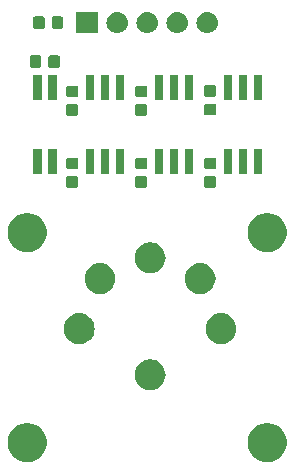
<source format=gts>
G04 #@! TF.GenerationSoftware,KiCad,Pcbnew,5.1.2-f72e74a~84~ubuntu16.04.1*
G04 #@! TF.CreationDate,2019-07-19T18:17:23+01:00*
G04 #@! TF.ProjectId,DigitalPot_OptoIsolator,44696769-7461-46c5-906f-745f4f70746f,rev?*
G04 #@! TF.SameCoordinates,Original*
G04 #@! TF.FileFunction,Soldermask,Top*
G04 #@! TF.FilePolarity,Negative*
%FSLAX46Y46*%
G04 Gerber Fmt 4.6, Leading zero omitted, Abs format (unit mm)*
G04 Created by KiCad (PCBNEW 5.1.2-f72e74a~84~ubuntu16.04.1) date 2019-07-19 18:17:23*
%MOMM*%
%LPD*%
G04 APERTURE LIST*
%ADD10C,0.100000*%
G04 APERTURE END LIST*
D10*
G36*
X112135256Y-54271298D02*
G01*
X112241579Y-54292447D01*
X112542042Y-54416903D01*
X112812451Y-54597585D01*
X113042415Y-54827549D01*
X113223097Y-55097958D01*
X113347553Y-55398421D01*
X113411000Y-55717391D01*
X113411000Y-56042609D01*
X113347553Y-56361579D01*
X113223097Y-56662042D01*
X113042415Y-56932451D01*
X112812451Y-57162415D01*
X112542042Y-57343097D01*
X112241579Y-57467553D01*
X112135256Y-57488702D01*
X111922611Y-57531000D01*
X111597389Y-57531000D01*
X111384744Y-57488702D01*
X111278421Y-57467553D01*
X110977958Y-57343097D01*
X110707549Y-57162415D01*
X110477585Y-56932451D01*
X110296903Y-56662042D01*
X110172447Y-56361579D01*
X110109000Y-56042609D01*
X110109000Y-55717391D01*
X110172447Y-55398421D01*
X110296903Y-55097958D01*
X110477585Y-54827549D01*
X110707549Y-54597585D01*
X110977958Y-54416903D01*
X111278421Y-54292447D01*
X111384744Y-54271298D01*
X111597389Y-54229000D01*
X111922611Y-54229000D01*
X112135256Y-54271298D01*
X112135256Y-54271298D01*
G37*
G36*
X91815256Y-54271298D02*
G01*
X91921579Y-54292447D01*
X92222042Y-54416903D01*
X92492451Y-54597585D01*
X92722415Y-54827549D01*
X92903097Y-55097958D01*
X93027553Y-55398421D01*
X93091000Y-55717391D01*
X93091000Y-56042609D01*
X93027553Y-56361579D01*
X92903097Y-56662042D01*
X92722415Y-56932451D01*
X92492451Y-57162415D01*
X92222042Y-57343097D01*
X91921579Y-57467553D01*
X91815256Y-57488702D01*
X91602611Y-57531000D01*
X91277389Y-57531000D01*
X91064744Y-57488702D01*
X90958421Y-57467553D01*
X90657958Y-57343097D01*
X90387549Y-57162415D01*
X90157585Y-56932451D01*
X89976903Y-56662042D01*
X89852447Y-56361579D01*
X89789000Y-56042609D01*
X89789000Y-55717391D01*
X89852447Y-55398421D01*
X89976903Y-55097958D01*
X90157585Y-54827549D01*
X90387549Y-54597585D01*
X90657958Y-54416903D01*
X90958421Y-54292447D01*
X91064744Y-54271298D01*
X91277389Y-54229000D01*
X91602611Y-54229000D01*
X91815256Y-54271298D01*
X91815256Y-54271298D01*
G37*
G36*
X102013473Y-48836413D02*
G01*
X102109040Y-48845825D01*
X102354280Y-48920218D01*
X102580294Y-49041025D01*
X102631899Y-49083376D01*
X102778397Y-49203603D01*
X102898624Y-49350101D01*
X102940975Y-49401706D01*
X103061782Y-49627720D01*
X103136175Y-49872960D01*
X103161294Y-50128000D01*
X103136175Y-50383040D01*
X103061782Y-50628280D01*
X102940975Y-50854294D01*
X102898624Y-50905899D01*
X102778397Y-51052397D01*
X102631899Y-51172624D01*
X102580294Y-51214975D01*
X102354280Y-51335782D01*
X102109040Y-51410175D01*
X102013473Y-51419587D01*
X101917906Y-51429000D01*
X101790094Y-51429000D01*
X101694527Y-51419587D01*
X101598960Y-51410175D01*
X101353720Y-51335782D01*
X101127706Y-51214975D01*
X101076101Y-51172624D01*
X100929603Y-51052397D01*
X100809376Y-50905899D01*
X100767025Y-50854294D01*
X100646218Y-50628280D01*
X100571825Y-50383040D01*
X100546706Y-50128000D01*
X100571825Y-49872960D01*
X100646218Y-49627720D01*
X100767025Y-49401706D01*
X100809376Y-49350101D01*
X100929603Y-49203603D01*
X101076101Y-49083376D01*
X101127706Y-49041025D01*
X101353720Y-48920218D01*
X101598960Y-48845825D01*
X101694528Y-48836412D01*
X101790094Y-48827000D01*
X101917906Y-48827000D01*
X102013473Y-48836413D01*
X102013473Y-48836413D01*
G37*
G36*
X108013473Y-44936413D02*
G01*
X108109040Y-44945825D01*
X108354280Y-45020218D01*
X108580294Y-45141025D01*
X108631899Y-45183376D01*
X108778397Y-45303603D01*
X108898624Y-45450101D01*
X108940975Y-45501706D01*
X109061782Y-45727720D01*
X109136175Y-45972960D01*
X109161294Y-46228000D01*
X109136175Y-46483040D01*
X109061782Y-46728280D01*
X108940975Y-46954294D01*
X108898624Y-47005899D01*
X108778397Y-47152397D01*
X108631899Y-47272624D01*
X108580294Y-47314975D01*
X108354280Y-47435782D01*
X108109040Y-47510175D01*
X108013472Y-47519588D01*
X107917906Y-47529000D01*
X107790094Y-47529000D01*
X107694528Y-47519588D01*
X107598960Y-47510175D01*
X107353720Y-47435782D01*
X107127706Y-47314975D01*
X107076101Y-47272624D01*
X106929603Y-47152397D01*
X106809376Y-47005899D01*
X106767025Y-46954294D01*
X106646218Y-46728280D01*
X106571825Y-46483040D01*
X106546706Y-46228000D01*
X106571825Y-45972960D01*
X106646218Y-45727720D01*
X106767025Y-45501706D01*
X106809376Y-45450101D01*
X106929603Y-45303603D01*
X107076101Y-45183376D01*
X107127706Y-45141025D01*
X107353720Y-45020218D01*
X107598960Y-44945825D01*
X107694527Y-44936413D01*
X107790094Y-44927000D01*
X107917906Y-44927000D01*
X108013473Y-44936413D01*
X108013473Y-44936413D01*
G37*
G36*
X96013473Y-44936413D02*
G01*
X96109040Y-44945825D01*
X96354280Y-45020218D01*
X96580294Y-45141025D01*
X96631899Y-45183376D01*
X96778397Y-45303603D01*
X96898624Y-45450101D01*
X96940975Y-45501706D01*
X97061782Y-45727720D01*
X97136175Y-45972960D01*
X97161294Y-46228000D01*
X97136175Y-46483040D01*
X97061782Y-46728280D01*
X96940975Y-46954294D01*
X96898624Y-47005899D01*
X96778397Y-47152397D01*
X96631899Y-47272624D01*
X96580294Y-47314975D01*
X96354280Y-47435782D01*
X96109040Y-47510175D01*
X96013472Y-47519588D01*
X95917906Y-47529000D01*
X95790094Y-47529000D01*
X95694528Y-47519588D01*
X95598960Y-47510175D01*
X95353720Y-47435782D01*
X95127706Y-47314975D01*
X95076101Y-47272624D01*
X94929603Y-47152397D01*
X94809376Y-47005899D01*
X94767025Y-46954294D01*
X94646218Y-46728280D01*
X94571825Y-46483040D01*
X94546706Y-46228000D01*
X94571825Y-45972960D01*
X94646218Y-45727720D01*
X94767025Y-45501706D01*
X94809376Y-45450101D01*
X94929603Y-45303603D01*
X95076101Y-45183376D01*
X95127706Y-45141025D01*
X95353720Y-45020218D01*
X95598960Y-44945825D01*
X95694527Y-44936413D01*
X95790094Y-44927000D01*
X95917906Y-44927000D01*
X96013473Y-44936413D01*
X96013473Y-44936413D01*
G37*
G36*
X106256113Y-40693773D02*
G01*
X106351680Y-40703185D01*
X106596920Y-40777578D01*
X106822934Y-40898385D01*
X106874539Y-40940736D01*
X107021037Y-41060963D01*
X107096073Y-41152396D01*
X107183615Y-41259066D01*
X107304422Y-41485080D01*
X107378815Y-41730320D01*
X107403934Y-41985360D01*
X107378815Y-42240400D01*
X107304422Y-42485640D01*
X107183615Y-42711654D01*
X107141264Y-42763259D01*
X107021037Y-42909757D01*
X106874539Y-43029984D01*
X106822934Y-43072335D01*
X106596920Y-43193142D01*
X106351680Y-43267535D01*
X106256112Y-43276948D01*
X106160546Y-43286360D01*
X106032734Y-43286360D01*
X105937168Y-43276948D01*
X105841600Y-43267535D01*
X105596360Y-43193142D01*
X105370346Y-43072335D01*
X105318741Y-43029984D01*
X105172243Y-42909757D01*
X105052016Y-42763259D01*
X105009665Y-42711654D01*
X104888858Y-42485640D01*
X104814465Y-42240400D01*
X104789346Y-41985360D01*
X104814465Y-41730320D01*
X104888858Y-41485080D01*
X105009665Y-41259066D01*
X105097207Y-41152396D01*
X105172243Y-41060963D01*
X105318741Y-40940736D01*
X105370346Y-40898385D01*
X105596360Y-40777578D01*
X105841600Y-40703185D01*
X105937167Y-40693773D01*
X106032734Y-40684360D01*
X106160546Y-40684360D01*
X106256113Y-40693773D01*
X106256113Y-40693773D01*
G37*
G36*
X97770833Y-40693773D02*
G01*
X97866400Y-40703185D01*
X98111640Y-40777578D01*
X98337654Y-40898385D01*
X98389259Y-40940736D01*
X98535757Y-41060963D01*
X98610793Y-41152396D01*
X98698335Y-41259066D01*
X98819142Y-41485080D01*
X98893535Y-41730320D01*
X98918654Y-41985360D01*
X98893535Y-42240400D01*
X98819142Y-42485640D01*
X98698335Y-42711654D01*
X98655984Y-42763259D01*
X98535757Y-42909757D01*
X98389259Y-43029984D01*
X98337654Y-43072335D01*
X98111640Y-43193142D01*
X97866400Y-43267535D01*
X97770832Y-43276948D01*
X97675266Y-43286360D01*
X97547454Y-43286360D01*
X97451888Y-43276948D01*
X97356320Y-43267535D01*
X97111080Y-43193142D01*
X96885066Y-43072335D01*
X96833461Y-43029984D01*
X96686963Y-42909757D01*
X96566736Y-42763259D01*
X96524385Y-42711654D01*
X96403578Y-42485640D01*
X96329185Y-42240400D01*
X96304066Y-41985360D01*
X96329185Y-41730320D01*
X96403578Y-41485080D01*
X96524385Y-41259066D01*
X96611927Y-41152396D01*
X96686963Y-41060963D01*
X96833461Y-40940736D01*
X96885066Y-40898385D01*
X97111080Y-40777578D01*
X97356320Y-40703185D01*
X97451887Y-40693773D01*
X97547454Y-40684360D01*
X97675266Y-40684360D01*
X97770833Y-40693773D01*
X97770833Y-40693773D01*
G37*
G36*
X102013473Y-38936413D02*
G01*
X102109040Y-38945825D01*
X102354280Y-39020218D01*
X102580294Y-39141025D01*
X102631899Y-39183376D01*
X102778397Y-39303603D01*
X102898624Y-39450101D01*
X102940975Y-39501706D01*
X103061782Y-39727720D01*
X103136175Y-39972960D01*
X103161294Y-40228000D01*
X103136175Y-40483040D01*
X103061782Y-40728280D01*
X102940975Y-40954294D01*
X102898624Y-41005899D01*
X102778397Y-41152397D01*
X102648419Y-41259066D01*
X102580294Y-41314975D01*
X102354280Y-41435782D01*
X102109040Y-41510175D01*
X102013472Y-41519588D01*
X101917906Y-41529000D01*
X101790094Y-41529000D01*
X101694528Y-41519588D01*
X101598960Y-41510175D01*
X101353720Y-41435782D01*
X101127706Y-41314975D01*
X101059581Y-41259066D01*
X100929603Y-41152397D01*
X100809376Y-41005899D01*
X100767025Y-40954294D01*
X100646218Y-40728280D01*
X100571825Y-40483040D01*
X100546706Y-40228000D01*
X100571825Y-39972960D01*
X100646218Y-39727720D01*
X100767025Y-39501706D01*
X100809376Y-39450101D01*
X100929603Y-39303603D01*
X101076101Y-39183376D01*
X101127706Y-39141025D01*
X101353720Y-39020218D01*
X101598960Y-38945825D01*
X101694527Y-38936413D01*
X101790094Y-38927000D01*
X101917906Y-38927000D01*
X102013473Y-38936413D01*
X102013473Y-38936413D01*
G37*
G36*
X91815256Y-36491298D02*
G01*
X91921579Y-36512447D01*
X92222042Y-36636903D01*
X92492451Y-36817585D01*
X92722415Y-37047549D01*
X92903097Y-37317958D01*
X93027553Y-37618421D01*
X93091000Y-37937391D01*
X93091000Y-38262609D01*
X93027553Y-38581579D01*
X92903097Y-38882042D01*
X92722415Y-39152451D01*
X92492451Y-39382415D01*
X92222042Y-39563097D01*
X91921579Y-39687553D01*
X91815256Y-39708702D01*
X91602611Y-39751000D01*
X91277389Y-39751000D01*
X91064744Y-39708702D01*
X90958421Y-39687553D01*
X90657958Y-39563097D01*
X90387549Y-39382415D01*
X90157585Y-39152451D01*
X89976903Y-38882042D01*
X89852447Y-38581579D01*
X89789000Y-38262609D01*
X89789000Y-37937391D01*
X89852447Y-37618421D01*
X89976903Y-37317958D01*
X90157585Y-37047549D01*
X90387549Y-36817585D01*
X90657958Y-36636903D01*
X90958421Y-36512447D01*
X91064744Y-36491298D01*
X91277389Y-36449000D01*
X91602611Y-36449000D01*
X91815256Y-36491298D01*
X91815256Y-36491298D01*
G37*
G36*
X112135256Y-36491298D02*
G01*
X112241579Y-36512447D01*
X112542042Y-36636903D01*
X112812451Y-36817585D01*
X113042415Y-37047549D01*
X113223097Y-37317958D01*
X113347553Y-37618421D01*
X113411000Y-37937391D01*
X113411000Y-38262609D01*
X113347553Y-38581579D01*
X113223097Y-38882042D01*
X113042415Y-39152451D01*
X112812451Y-39382415D01*
X112542042Y-39563097D01*
X112241579Y-39687553D01*
X112135256Y-39708702D01*
X111922611Y-39751000D01*
X111597389Y-39751000D01*
X111384744Y-39708702D01*
X111278421Y-39687553D01*
X110977958Y-39563097D01*
X110707549Y-39382415D01*
X110477585Y-39152451D01*
X110296903Y-38882042D01*
X110172447Y-38581579D01*
X110109000Y-38262609D01*
X110109000Y-37937391D01*
X110172447Y-37618421D01*
X110296903Y-37317958D01*
X110477585Y-37047549D01*
X110707549Y-36817585D01*
X110977958Y-36636903D01*
X111278421Y-36512447D01*
X111384744Y-36491298D01*
X111597389Y-36449000D01*
X111922611Y-36449000D01*
X112135256Y-36491298D01*
X112135256Y-36491298D01*
G37*
G36*
X95629591Y-33323085D02*
G01*
X95663569Y-33333393D01*
X95694890Y-33350134D01*
X95722339Y-33372661D01*
X95744866Y-33400110D01*
X95761607Y-33431431D01*
X95771915Y-33465409D01*
X95776000Y-33506890D01*
X95776000Y-34108110D01*
X95771915Y-34149591D01*
X95761607Y-34183569D01*
X95744866Y-34214890D01*
X95722339Y-34242339D01*
X95694890Y-34264866D01*
X95663569Y-34281607D01*
X95629591Y-34291915D01*
X95588110Y-34296000D01*
X94911890Y-34296000D01*
X94870409Y-34291915D01*
X94836431Y-34281607D01*
X94805110Y-34264866D01*
X94777661Y-34242339D01*
X94755134Y-34214890D01*
X94738393Y-34183569D01*
X94728085Y-34149591D01*
X94724000Y-34108110D01*
X94724000Y-33506890D01*
X94728085Y-33465409D01*
X94738393Y-33431431D01*
X94755134Y-33400110D01*
X94777661Y-33372661D01*
X94805110Y-33350134D01*
X94836431Y-33333393D01*
X94870409Y-33323085D01*
X94911890Y-33319000D01*
X95588110Y-33319000D01*
X95629591Y-33323085D01*
X95629591Y-33323085D01*
G37*
G36*
X107313591Y-33323085D02*
G01*
X107347569Y-33333393D01*
X107378890Y-33350134D01*
X107406339Y-33372661D01*
X107428866Y-33400110D01*
X107445607Y-33431431D01*
X107455915Y-33465409D01*
X107460000Y-33506890D01*
X107460000Y-34108110D01*
X107455915Y-34149591D01*
X107445607Y-34183569D01*
X107428866Y-34214890D01*
X107406339Y-34242339D01*
X107378890Y-34264866D01*
X107347569Y-34281607D01*
X107313591Y-34291915D01*
X107272110Y-34296000D01*
X106595890Y-34296000D01*
X106554409Y-34291915D01*
X106520431Y-34281607D01*
X106489110Y-34264866D01*
X106461661Y-34242339D01*
X106439134Y-34214890D01*
X106422393Y-34183569D01*
X106412085Y-34149591D01*
X106408000Y-34108110D01*
X106408000Y-33506890D01*
X106412085Y-33465409D01*
X106422393Y-33431431D01*
X106439134Y-33400110D01*
X106461661Y-33372661D01*
X106489110Y-33350134D01*
X106520431Y-33333393D01*
X106554409Y-33323085D01*
X106595890Y-33319000D01*
X107272110Y-33319000D01*
X107313591Y-33323085D01*
X107313591Y-33323085D01*
G37*
G36*
X101471591Y-33323085D02*
G01*
X101505569Y-33333393D01*
X101536890Y-33350134D01*
X101564339Y-33372661D01*
X101586866Y-33400110D01*
X101603607Y-33431431D01*
X101613915Y-33465409D01*
X101618000Y-33506890D01*
X101618000Y-34108110D01*
X101613915Y-34149591D01*
X101603607Y-34183569D01*
X101586866Y-34214890D01*
X101564339Y-34242339D01*
X101536890Y-34264866D01*
X101505569Y-34281607D01*
X101471591Y-34291915D01*
X101430110Y-34296000D01*
X100753890Y-34296000D01*
X100712409Y-34291915D01*
X100678431Y-34281607D01*
X100647110Y-34264866D01*
X100619661Y-34242339D01*
X100597134Y-34214890D01*
X100580393Y-34183569D01*
X100570085Y-34149591D01*
X100566000Y-34108110D01*
X100566000Y-33506890D01*
X100570085Y-33465409D01*
X100580393Y-33431431D01*
X100597134Y-33400110D01*
X100619661Y-33372661D01*
X100647110Y-33350134D01*
X100678431Y-33333393D01*
X100712409Y-33323085D01*
X100753890Y-33319000D01*
X101430110Y-33319000D01*
X101471591Y-33323085D01*
X101471591Y-33323085D01*
G37*
G36*
X110099000Y-33157000D02*
G01*
X109357000Y-33157000D01*
X109357000Y-31055000D01*
X110099000Y-31055000D01*
X110099000Y-33157000D01*
X110099000Y-33157000D01*
G37*
G36*
X92700000Y-33157000D02*
G01*
X91958000Y-33157000D01*
X91958000Y-31055000D01*
X92700000Y-31055000D01*
X92700000Y-33157000D01*
X92700000Y-33157000D01*
G37*
G36*
X93970000Y-33157000D02*
G01*
X93228000Y-33157000D01*
X93228000Y-31055000D01*
X93970000Y-31055000D01*
X93970000Y-33157000D01*
X93970000Y-33157000D01*
G37*
G36*
X108829000Y-33157000D02*
G01*
X108087000Y-33157000D01*
X108087000Y-31055000D01*
X108829000Y-31055000D01*
X108829000Y-33157000D01*
X108829000Y-33157000D01*
G37*
G36*
X102987000Y-33157000D02*
G01*
X102245000Y-33157000D01*
X102245000Y-31055000D01*
X102987000Y-31055000D01*
X102987000Y-33157000D01*
X102987000Y-33157000D01*
G37*
G36*
X104257000Y-33157000D02*
G01*
X103515000Y-33157000D01*
X103515000Y-31055000D01*
X104257000Y-31055000D01*
X104257000Y-33157000D01*
X104257000Y-33157000D01*
G37*
G36*
X99685000Y-33157000D02*
G01*
X98943000Y-33157000D01*
X98943000Y-31055000D01*
X99685000Y-31055000D01*
X99685000Y-33157000D01*
X99685000Y-33157000D01*
G37*
G36*
X98415000Y-33157000D02*
G01*
X97673000Y-33157000D01*
X97673000Y-31055000D01*
X98415000Y-31055000D01*
X98415000Y-33157000D01*
X98415000Y-33157000D01*
G37*
G36*
X97145000Y-33157000D02*
G01*
X96403000Y-33157000D01*
X96403000Y-31055000D01*
X97145000Y-31055000D01*
X97145000Y-33157000D01*
X97145000Y-33157000D01*
G37*
G36*
X111369000Y-33157000D02*
G01*
X110627000Y-33157000D01*
X110627000Y-31055000D01*
X111369000Y-31055000D01*
X111369000Y-33157000D01*
X111369000Y-33157000D01*
G37*
G36*
X105527000Y-33157000D02*
G01*
X104785000Y-33157000D01*
X104785000Y-31055000D01*
X105527000Y-31055000D01*
X105527000Y-33157000D01*
X105527000Y-33157000D01*
G37*
G36*
X107313591Y-31748085D02*
G01*
X107347569Y-31758393D01*
X107378890Y-31775134D01*
X107406339Y-31797661D01*
X107428866Y-31825110D01*
X107445607Y-31856431D01*
X107455915Y-31890409D01*
X107460000Y-31931890D01*
X107460000Y-32533110D01*
X107455915Y-32574591D01*
X107445607Y-32608569D01*
X107428866Y-32639890D01*
X107406339Y-32667339D01*
X107378890Y-32689866D01*
X107347569Y-32706607D01*
X107313591Y-32716915D01*
X107272110Y-32721000D01*
X106595890Y-32721000D01*
X106554409Y-32716915D01*
X106520431Y-32706607D01*
X106489110Y-32689866D01*
X106461661Y-32667339D01*
X106439134Y-32639890D01*
X106422393Y-32608569D01*
X106412085Y-32574591D01*
X106408000Y-32533110D01*
X106408000Y-31931890D01*
X106412085Y-31890409D01*
X106422393Y-31856431D01*
X106439134Y-31825110D01*
X106461661Y-31797661D01*
X106489110Y-31775134D01*
X106520431Y-31758393D01*
X106554409Y-31748085D01*
X106595890Y-31744000D01*
X107272110Y-31744000D01*
X107313591Y-31748085D01*
X107313591Y-31748085D01*
G37*
G36*
X95629591Y-31748085D02*
G01*
X95663569Y-31758393D01*
X95694890Y-31775134D01*
X95722339Y-31797661D01*
X95744866Y-31825110D01*
X95761607Y-31856431D01*
X95771915Y-31890409D01*
X95776000Y-31931890D01*
X95776000Y-32533110D01*
X95771915Y-32574591D01*
X95761607Y-32608569D01*
X95744866Y-32639890D01*
X95722339Y-32667339D01*
X95694890Y-32689866D01*
X95663569Y-32706607D01*
X95629591Y-32716915D01*
X95588110Y-32721000D01*
X94911890Y-32721000D01*
X94870409Y-32716915D01*
X94836431Y-32706607D01*
X94805110Y-32689866D01*
X94777661Y-32667339D01*
X94755134Y-32639890D01*
X94738393Y-32608569D01*
X94728085Y-32574591D01*
X94724000Y-32533110D01*
X94724000Y-31931890D01*
X94728085Y-31890409D01*
X94738393Y-31856431D01*
X94755134Y-31825110D01*
X94777661Y-31797661D01*
X94805110Y-31775134D01*
X94836431Y-31758393D01*
X94870409Y-31748085D01*
X94911890Y-31744000D01*
X95588110Y-31744000D01*
X95629591Y-31748085D01*
X95629591Y-31748085D01*
G37*
G36*
X101471591Y-31748085D02*
G01*
X101505569Y-31758393D01*
X101536890Y-31775134D01*
X101564339Y-31797661D01*
X101586866Y-31825110D01*
X101603607Y-31856431D01*
X101613915Y-31890409D01*
X101618000Y-31931890D01*
X101618000Y-32533110D01*
X101613915Y-32574591D01*
X101603607Y-32608569D01*
X101586866Y-32639890D01*
X101564339Y-32667339D01*
X101536890Y-32689866D01*
X101505569Y-32706607D01*
X101471591Y-32716915D01*
X101430110Y-32721000D01*
X100753890Y-32721000D01*
X100712409Y-32716915D01*
X100678431Y-32706607D01*
X100647110Y-32689866D01*
X100619661Y-32667339D01*
X100597134Y-32639890D01*
X100580393Y-32608569D01*
X100570085Y-32574591D01*
X100566000Y-32533110D01*
X100566000Y-31931890D01*
X100570085Y-31890409D01*
X100580393Y-31856431D01*
X100597134Y-31825110D01*
X100619661Y-31797661D01*
X100647110Y-31775134D01*
X100678431Y-31758393D01*
X100712409Y-31748085D01*
X100753890Y-31744000D01*
X101430110Y-31744000D01*
X101471591Y-31748085D01*
X101471591Y-31748085D01*
G37*
G36*
X95629591Y-27227085D02*
G01*
X95663569Y-27237393D01*
X95694890Y-27254134D01*
X95722339Y-27276661D01*
X95744866Y-27304110D01*
X95761607Y-27335431D01*
X95771915Y-27369409D01*
X95776000Y-27410890D01*
X95776000Y-28012110D01*
X95771915Y-28053591D01*
X95761607Y-28087569D01*
X95744866Y-28118890D01*
X95722339Y-28146339D01*
X95694890Y-28168866D01*
X95663569Y-28185607D01*
X95629591Y-28195915D01*
X95588110Y-28200000D01*
X94911890Y-28200000D01*
X94870409Y-28195915D01*
X94836431Y-28185607D01*
X94805110Y-28168866D01*
X94777661Y-28146339D01*
X94755134Y-28118890D01*
X94738393Y-28087569D01*
X94728085Y-28053591D01*
X94724000Y-28012110D01*
X94724000Y-27410890D01*
X94728085Y-27369409D01*
X94738393Y-27335431D01*
X94755134Y-27304110D01*
X94777661Y-27276661D01*
X94805110Y-27254134D01*
X94836431Y-27237393D01*
X94870409Y-27227085D01*
X94911890Y-27223000D01*
X95588110Y-27223000D01*
X95629591Y-27227085D01*
X95629591Y-27227085D01*
G37*
G36*
X101471591Y-27227085D02*
G01*
X101505569Y-27237393D01*
X101536890Y-27254134D01*
X101564339Y-27276661D01*
X101586866Y-27304110D01*
X101603607Y-27335431D01*
X101613915Y-27369409D01*
X101618000Y-27410890D01*
X101618000Y-28012110D01*
X101613915Y-28053591D01*
X101603607Y-28087569D01*
X101586866Y-28118890D01*
X101564339Y-28146339D01*
X101536890Y-28168866D01*
X101505569Y-28185607D01*
X101471591Y-28195915D01*
X101430110Y-28200000D01*
X100753890Y-28200000D01*
X100712409Y-28195915D01*
X100678431Y-28185607D01*
X100647110Y-28168866D01*
X100619661Y-28146339D01*
X100597134Y-28118890D01*
X100580393Y-28087569D01*
X100570085Y-28053591D01*
X100566000Y-28012110D01*
X100566000Y-27410890D01*
X100570085Y-27369409D01*
X100580393Y-27335431D01*
X100597134Y-27304110D01*
X100619661Y-27276661D01*
X100647110Y-27254134D01*
X100678431Y-27237393D01*
X100712409Y-27227085D01*
X100753890Y-27223000D01*
X101430110Y-27223000D01*
X101471591Y-27227085D01*
X101471591Y-27227085D01*
G37*
G36*
X107313591Y-27201585D02*
G01*
X107347569Y-27211893D01*
X107378890Y-27228634D01*
X107406339Y-27251161D01*
X107428866Y-27278610D01*
X107445607Y-27309931D01*
X107455915Y-27343909D01*
X107460000Y-27385390D01*
X107460000Y-27986610D01*
X107455915Y-28028091D01*
X107445607Y-28062069D01*
X107428866Y-28093390D01*
X107406339Y-28120839D01*
X107378890Y-28143366D01*
X107347569Y-28160107D01*
X107313591Y-28170415D01*
X107272110Y-28174500D01*
X106595890Y-28174500D01*
X106554409Y-28170415D01*
X106520431Y-28160107D01*
X106489110Y-28143366D01*
X106461661Y-28120839D01*
X106439134Y-28093390D01*
X106422393Y-28062069D01*
X106412085Y-28028091D01*
X106408000Y-27986610D01*
X106408000Y-27385390D01*
X106412085Y-27343909D01*
X106422393Y-27309931D01*
X106439134Y-27278610D01*
X106461661Y-27251161D01*
X106489110Y-27228634D01*
X106520431Y-27211893D01*
X106554409Y-27201585D01*
X106595890Y-27197500D01*
X107272110Y-27197500D01*
X107313591Y-27201585D01*
X107313591Y-27201585D01*
G37*
G36*
X108829000Y-26857000D02*
G01*
X108087000Y-26857000D01*
X108087000Y-24755000D01*
X108829000Y-24755000D01*
X108829000Y-26857000D01*
X108829000Y-26857000D01*
G37*
G36*
X93970000Y-26857000D02*
G01*
X93228000Y-26857000D01*
X93228000Y-24755000D01*
X93970000Y-24755000D01*
X93970000Y-26857000D01*
X93970000Y-26857000D01*
G37*
G36*
X111369000Y-26857000D02*
G01*
X110627000Y-26857000D01*
X110627000Y-24755000D01*
X111369000Y-24755000D01*
X111369000Y-26857000D01*
X111369000Y-26857000D01*
G37*
G36*
X105527000Y-26857000D02*
G01*
X104785000Y-26857000D01*
X104785000Y-24755000D01*
X105527000Y-24755000D01*
X105527000Y-26857000D01*
X105527000Y-26857000D01*
G37*
G36*
X110099000Y-26857000D02*
G01*
X109357000Y-26857000D01*
X109357000Y-24755000D01*
X110099000Y-24755000D01*
X110099000Y-26857000D01*
X110099000Y-26857000D01*
G37*
G36*
X98415000Y-26857000D02*
G01*
X97673000Y-26857000D01*
X97673000Y-24755000D01*
X98415000Y-24755000D01*
X98415000Y-26857000D01*
X98415000Y-26857000D01*
G37*
G36*
X97145000Y-26857000D02*
G01*
X96403000Y-26857000D01*
X96403000Y-24755000D01*
X97145000Y-24755000D01*
X97145000Y-26857000D01*
X97145000Y-26857000D01*
G37*
G36*
X102987000Y-26857000D02*
G01*
X102245000Y-26857000D01*
X102245000Y-24755000D01*
X102987000Y-24755000D01*
X102987000Y-26857000D01*
X102987000Y-26857000D01*
G37*
G36*
X92700000Y-26857000D02*
G01*
X91958000Y-26857000D01*
X91958000Y-24755000D01*
X92700000Y-24755000D01*
X92700000Y-26857000D01*
X92700000Y-26857000D01*
G37*
G36*
X104257000Y-26857000D02*
G01*
X103515000Y-26857000D01*
X103515000Y-24755000D01*
X104257000Y-24755000D01*
X104257000Y-26857000D01*
X104257000Y-26857000D01*
G37*
G36*
X99685000Y-26857000D02*
G01*
X98943000Y-26857000D01*
X98943000Y-24755000D01*
X99685000Y-24755000D01*
X99685000Y-26857000D01*
X99685000Y-26857000D01*
G37*
G36*
X101471591Y-25652085D02*
G01*
X101505569Y-25662393D01*
X101536890Y-25679134D01*
X101564339Y-25701661D01*
X101586866Y-25729110D01*
X101603607Y-25760431D01*
X101613915Y-25794409D01*
X101618000Y-25835890D01*
X101618000Y-26437110D01*
X101613915Y-26478591D01*
X101603607Y-26512569D01*
X101586866Y-26543890D01*
X101564339Y-26571339D01*
X101536890Y-26593866D01*
X101505569Y-26610607D01*
X101471591Y-26620915D01*
X101430110Y-26625000D01*
X100753890Y-26625000D01*
X100712409Y-26620915D01*
X100678431Y-26610607D01*
X100647110Y-26593866D01*
X100619661Y-26571339D01*
X100597134Y-26543890D01*
X100580393Y-26512569D01*
X100570085Y-26478591D01*
X100566000Y-26437110D01*
X100566000Y-25835890D01*
X100570085Y-25794409D01*
X100580393Y-25760431D01*
X100597134Y-25729110D01*
X100619661Y-25701661D01*
X100647110Y-25679134D01*
X100678431Y-25662393D01*
X100712409Y-25652085D01*
X100753890Y-25648000D01*
X101430110Y-25648000D01*
X101471591Y-25652085D01*
X101471591Y-25652085D01*
G37*
G36*
X95629591Y-25652085D02*
G01*
X95663569Y-25662393D01*
X95694890Y-25679134D01*
X95722339Y-25701661D01*
X95744866Y-25729110D01*
X95761607Y-25760431D01*
X95771915Y-25794409D01*
X95776000Y-25835890D01*
X95776000Y-26437110D01*
X95771915Y-26478591D01*
X95761607Y-26512569D01*
X95744866Y-26543890D01*
X95722339Y-26571339D01*
X95694890Y-26593866D01*
X95663569Y-26610607D01*
X95629591Y-26620915D01*
X95588110Y-26625000D01*
X94911890Y-26625000D01*
X94870409Y-26620915D01*
X94836431Y-26610607D01*
X94805110Y-26593866D01*
X94777661Y-26571339D01*
X94755134Y-26543890D01*
X94738393Y-26512569D01*
X94728085Y-26478591D01*
X94724000Y-26437110D01*
X94724000Y-25835890D01*
X94728085Y-25794409D01*
X94738393Y-25760431D01*
X94755134Y-25729110D01*
X94777661Y-25701661D01*
X94805110Y-25679134D01*
X94836431Y-25662393D01*
X94870409Y-25652085D01*
X94911890Y-25648000D01*
X95588110Y-25648000D01*
X95629591Y-25652085D01*
X95629591Y-25652085D01*
G37*
G36*
X107313591Y-25626585D02*
G01*
X107347569Y-25636893D01*
X107378890Y-25653634D01*
X107406339Y-25676161D01*
X107428866Y-25703610D01*
X107445607Y-25734931D01*
X107455915Y-25768909D01*
X107460000Y-25810390D01*
X107460000Y-26411610D01*
X107455915Y-26453091D01*
X107445607Y-26487069D01*
X107428866Y-26518390D01*
X107406339Y-26545839D01*
X107378890Y-26568366D01*
X107347569Y-26585107D01*
X107313591Y-26595415D01*
X107272110Y-26599500D01*
X106595890Y-26599500D01*
X106554409Y-26595415D01*
X106520431Y-26585107D01*
X106489110Y-26568366D01*
X106461661Y-26545839D01*
X106439134Y-26518390D01*
X106422393Y-26487069D01*
X106412085Y-26453091D01*
X106408000Y-26411610D01*
X106408000Y-25810390D01*
X106412085Y-25768909D01*
X106422393Y-25734931D01*
X106439134Y-25703610D01*
X106461661Y-25676161D01*
X106489110Y-25653634D01*
X106520431Y-25636893D01*
X106554409Y-25626585D01*
X106595890Y-25622500D01*
X107272110Y-25622500D01*
X107313591Y-25626585D01*
X107313591Y-25626585D01*
G37*
G36*
X94068091Y-23100085D02*
G01*
X94102069Y-23110393D01*
X94133390Y-23127134D01*
X94160839Y-23149661D01*
X94183366Y-23177110D01*
X94200107Y-23208431D01*
X94210415Y-23242409D01*
X94214500Y-23283890D01*
X94214500Y-23960110D01*
X94210415Y-24001591D01*
X94200107Y-24035569D01*
X94183366Y-24066890D01*
X94160839Y-24094339D01*
X94133390Y-24116866D01*
X94102069Y-24133607D01*
X94068091Y-24143915D01*
X94026610Y-24148000D01*
X93425390Y-24148000D01*
X93383909Y-24143915D01*
X93349931Y-24133607D01*
X93318610Y-24116866D01*
X93291161Y-24094339D01*
X93268634Y-24066890D01*
X93251893Y-24035569D01*
X93241585Y-24001591D01*
X93237500Y-23960110D01*
X93237500Y-23283890D01*
X93241585Y-23242409D01*
X93251893Y-23208431D01*
X93268634Y-23177110D01*
X93291161Y-23149661D01*
X93318610Y-23127134D01*
X93349931Y-23110393D01*
X93383909Y-23100085D01*
X93425390Y-23096000D01*
X94026610Y-23096000D01*
X94068091Y-23100085D01*
X94068091Y-23100085D01*
G37*
G36*
X92493091Y-23100085D02*
G01*
X92527069Y-23110393D01*
X92558390Y-23127134D01*
X92585839Y-23149661D01*
X92608366Y-23177110D01*
X92625107Y-23208431D01*
X92635415Y-23242409D01*
X92639500Y-23283890D01*
X92639500Y-23960110D01*
X92635415Y-24001591D01*
X92625107Y-24035569D01*
X92608366Y-24066890D01*
X92585839Y-24094339D01*
X92558390Y-24116866D01*
X92527069Y-24133607D01*
X92493091Y-24143915D01*
X92451610Y-24148000D01*
X91850390Y-24148000D01*
X91808909Y-24143915D01*
X91774931Y-24133607D01*
X91743610Y-24116866D01*
X91716161Y-24094339D01*
X91693634Y-24066890D01*
X91676893Y-24035569D01*
X91666585Y-24001591D01*
X91662500Y-23960110D01*
X91662500Y-23283890D01*
X91666585Y-23242409D01*
X91676893Y-23208431D01*
X91693634Y-23177110D01*
X91716161Y-23149661D01*
X91743610Y-23127134D01*
X91774931Y-23110393D01*
X91808909Y-23100085D01*
X91850390Y-23096000D01*
X92451610Y-23096000D01*
X92493091Y-23100085D01*
X92493091Y-23100085D01*
G37*
G36*
X104250443Y-19425519D02*
G01*
X104316627Y-19432037D01*
X104486466Y-19483557D01*
X104642991Y-19567222D01*
X104678729Y-19596552D01*
X104780186Y-19679814D01*
X104863448Y-19781271D01*
X104892778Y-19817009D01*
X104976443Y-19973534D01*
X105027963Y-20143373D01*
X105045359Y-20320000D01*
X105027963Y-20496627D01*
X104976443Y-20666466D01*
X104892778Y-20822991D01*
X104877746Y-20841307D01*
X104780186Y-20960186D01*
X104678729Y-21043448D01*
X104642991Y-21072778D01*
X104486466Y-21156443D01*
X104316627Y-21207963D01*
X104250442Y-21214482D01*
X104184260Y-21221000D01*
X104095740Y-21221000D01*
X104029558Y-21214482D01*
X103963373Y-21207963D01*
X103793534Y-21156443D01*
X103637009Y-21072778D01*
X103601271Y-21043448D01*
X103499814Y-20960186D01*
X103402254Y-20841307D01*
X103387222Y-20822991D01*
X103303557Y-20666466D01*
X103252037Y-20496627D01*
X103234641Y-20320000D01*
X103252037Y-20143373D01*
X103303557Y-19973534D01*
X103387222Y-19817009D01*
X103416552Y-19781271D01*
X103499814Y-19679814D01*
X103601271Y-19596552D01*
X103637009Y-19567222D01*
X103793534Y-19483557D01*
X103963373Y-19432037D01*
X104029558Y-19425518D01*
X104095740Y-19419000D01*
X104184260Y-19419000D01*
X104250443Y-19425519D01*
X104250443Y-19425519D01*
G37*
G36*
X106790443Y-19425519D02*
G01*
X106856627Y-19432037D01*
X107026466Y-19483557D01*
X107182991Y-19567222D01*
X107218729Y-19596552D01*
X107320186Y-19679814D01*
X107403448Y-19781271D01*
X107432778Y-19817009D01*
X107516443Y-19973534D01*
X107567963Y-20143373D01*
X107585359Y-20320000D01*
X107567963Y-20496627D01*
X107516443Y-20666466D01*
X107432778Y-20822991D01*
X107417746Y-20841307D01*
X107320186Y-20960186D01*
X107218729Y-21043448D01*
X107182991Y-21072778D01*
X107026466Y-21156443D01*
X106856627Y-21207963D01*
X106790442Y-21214482D01*
X106724260Y-21221000D01*
X106635740Y-21221000D01*
X106569558Y-21214482D01*
X106503373Y-21207963D01*
X106333534Y-21156443D01*
X106177009Y-21072778D01*
X106141271Y-21043448D01*
X106039814Y-20960186D01*
X105942254Y-20841307D01*
X105927222Y-20822991D01*
X105843557Y-20666466D01*
X105792037Y-20496627D01*
X105774641Y-20320000D01*
X105792037Y-20143373D01*
X105843557Y-19973534D01*
X105927222Y-19817009D01*
X105956552Y-19781271D01*
X106039814Y-19679814D01*
X106141271Y-19596552D01*
X106177009Y-19567222D01*
X106333534Y-19483557D01*
X106503373Y-19432037D01*
X106569558Y-19425518D01*
X106635740Y-19419000D01*
X106724260Y-19419000D01*
X106790443Y-19425519D01*
X106790443Y-19425519D01*
G37*
G36*
X101710443Y-19425519D02*
G01*
X101776627Y-19432037D01*
X101946466Y-19483557D01*
X102102991Y-19567222D01*
X102138729Y-19596552D01*
X102240186Y-19679814D01*
X102323448Y-19781271D01*
X102352778Y-19817009D01*
X102436443Y-19973534D01*
X102487963Y-20143373D01*
X102505359Y-20320000D01*
X102487963Y-20496627D01*
X102436443Y-20666466D01*
X102352778Y-20822991D01*
X102337746Y-20841307D01*
X102240186Y-20960186D01*
X102138729Y-21043448D01*
X102102991Y-21072778D01*
X101946466Y-21156443D01*
X101776627Y-21207963D01*
X101710442Y-21214482D01*
X101644260Y-21221000D01*
X101555740Y-21221000D01*
X101489558Y-21214482D01*
X101423373Y-21207963D01*
X101253534Y-21156443D01*
X101097009Y-21072778D01*
X101061271Y-21043448D01*
X100959814Y-20960186D01*
X100862254Y-20841307D01*
X100847222Y-20822991D01*
X100763557Y-20666466D01*
X100712037Y-20496627D01*
X100694641Y-20320000D01*
X100712037Y-20143373D01*
X100763557Y-19973534D01*
X100847222Y-19817009D01*
X100876552Y-19781271D01*
X100959814Y-19679814D01*
X101061271Y-19596552D01*
X101097009Y-19567222D01*
X101253534Y-19483557D01*
X101423373Y-19432037D01*
X101489558Y-19425518D01*
X101555740Y-19419000D01*
X101644260Y-19419000D01*
X101710443Y-19425519D01*
X101710443Y-19425519D01*
G37*
G36*
X99170443Y-19425519D02*
G01*
X99236627Y-19432037D01*
X99406466Y-19483557D01*
X99562991Y-19567222D01*
X99598729Y-19596552D01*
X99700186Y-19679814D01*
X99783448Y-19781271D01*
X99812778Y-19817009D01*
X99896443Y-19973534D01*
X99947963Y-20143373D01*
X99965359Y-20320000D01*
X99947963Y-20496627D01*
X99896443Y-20666466D01*
X99812778Y-20822991D01*
X99797746Y-20841307D01*
X99700186Y-20960186D01*
X99598729Y-21043448D01*
X99562991Y-21072778D01*
X99406466Y-21156443D01*
X99236627Y-21207963D01*
X99170442Y-21214482D01*
X99104260Y-21221000D01*
X99015740Y-21221000D01*
X98949558Y-21214482D01*
X98883373Y-21207963D01*
X98713534Y-21156443D01*
X98557009Y-21072778D01*
X98521271Y-21043448D01*
X98419814Y-20960186D01*
X98322254Y-20841307D01*
X98307222Y-20822991D01*
X98223557Y-20666466D01*
X98172037Y-20496627D01*
X98154641Y-20320000D01*
X98172037Y-20143373D01*
X98223557Y-19973534D01*
X98307222Y-19817009D01*
X98336552Y-19781271D01*
X98419814Y-19679814D01*
X98521271Y-19596552D01*
X98557009Y-19567222D01*
X98713534Y-19483557D01*
X98883373Y-19432037D01*
X98949558Y-19425518D01*
X99015740Y-19419000D01*
X99104260Y-19419000D01*
X99170443Y-19425519D01*
X99170443Y-19425519D01*
G37*
G36*
X97421000Y-21221000D02*
G01*
X95619000Y-21221000D01*
X95619000Y-19419000D01*
X97421000Y-19419000D01*
X97421000Y-21221000D01*
X97421000Y-21221000D01*
G37*
G36*
X94347591Y-19798085D02*
G01*
X94381569Y-19808393D01*
X94412890Y-19825134D01*
X94440339Y-19847661D01*
X94462866Y-19875110D01*
X94479607Y-19906431D01*
X94489915Y-19940409D01*
X94494000Y-19981890D01*
X94494000Y-20658110D01*
X94489915Y-20699591D01*
X94479607Y-20733569D01*
X94462866Y-20764890D01*
X94440339Y-20792339D01*
X94412890Y-20814866D01*
X94381569Y-20831607D01*
X94347591Y-20841915D01*
X94306110Y-20846000D01*
X93704890Y-20846000D01*
X93663409Y-20841915D01*
X93629431Y-20831607D01*
X93598110Y-20814866D01*
X93570661Y-20792339D01*
X93548134Y-20764890D01*
X93531393Y-20733569D01*
X93521085Y-20699591D01*
X93517000Y-20658110D01*
X93517000Y-19981890D01*
X93521085Y-19940409D01*
X93531393Y-19906431D01*
X93548134Y-19875110D01*
X93570661Y-19847661D01*
X93598110Y-19825134D01*
X93629431Y-19808393D01*
X93663409Y-19798085D01*
X93704890Y-19794000D01*
X94306110Y-19794000D01*
X94347591Y-19798085D01*
X94347591Y-19798085D01*
G37*
G36*
X92772591Y-19798085D02*
G01*
X92806569Y-19808393D01*
X92837890Y-19825134D01*
X92865339Y-19847661D01*
X92887866Y-19875110D01*
X92904607Y-19906431D01*
X92914915Y-19940409D01*
X92919000Y-19981890D01*
X92919000Y-20658110D01*
X92914915Y-20699591D01*
X92904607Y-20733569D01*
X92887866Y-20764890D01*
X92865339Y-20792339D01*
X92837890Y-20814866D01*
X92806569Y-20831607D01*
X92772591Y-20841915D01*
X92731110Y-20846000D01*
X92129890Y-20846000D01*
X92088409Y-20841915D01*
X92054431Y-20831607D01*
X92023110Y-20814866D01*
X91995661Y-20792339D01*
X91973134Y-20764890D01*
X91956393Y-20733569D01*
X91946085Y-20699591D01*
X91942000Y-20658110D01*
X91942000Y-19981890D01*
X91946085Y-19940409D01*
X91956393Y-19906431D01*
X91973134Y-19875110D01*
X91995661Y-19847661D01*
X92023110Y-19825134D01*
X92054431Y-19808393D01*
X92088409Y-19798085D01*
X92129890Y-19794000D01*
X92731110Y-19794000D01*
X92772591Y-19798085D01*
X92772591Y-19798085D01*
G37*
M02*

</source>
